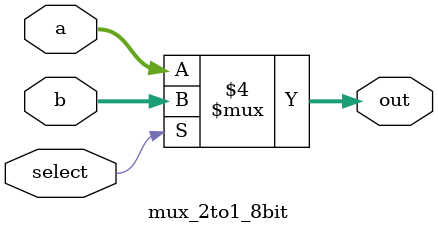
<source format=v>
module mux_2to1_8bit (a, b, select, out);
input [7:0] a, b;
input select;
output reg [7:0] out;

always @(select or a or b) begin
	if(select == 1'b0) begin
		out <= a;
	end else begin
		out <= b;
	end
end

endmodule

</source>
